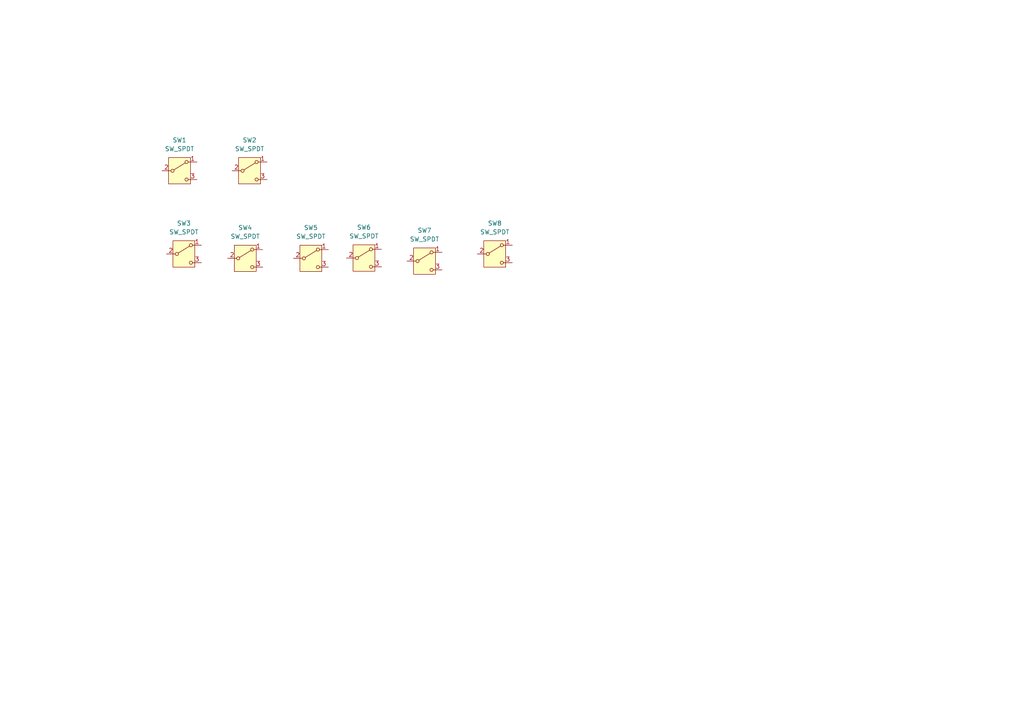
<source format=kicad_sch>
(kicad_sch (version 20250114) (generator "eeschema") (generator_version "9.0")
  (paper "A4")
  (lib_symbols
    (symbol "Switch:SW_SPDT" (pin_names (offset 0) (hide yes))
      (property "Reference" "SW" (at 0 5.08 0))
      (property "Value" "SW_SPDT" (at 0 -5.08 0))
      (symbol "SW_SPDT_0_1"
        (circle (center -2.032 0) (radius 0.4572))
        (polyline (pts (xy -1.651 0.254) (xy 1.651 2.286)))
        (circle (center 2.032 2.54) (radius 0.4572))
        (circle (center 2.032 -2.54) (radius 0.4572))
      )
      (symbol "SW_SPDT_1_1"
        (rectangle (start -3.175 3.81) (end 3.175 -3.81) (fill (type background)))
        (pin passive line (at -5.08 0 0) (length 2.54) (name "B") (number "2"))
        (pin passive line (at 5.08 2.54 180) (length 2.54) (name "A") (number "1"))
        (pin passive line (at 5.08 -2.54 180) (length 2.54) (name "C") (number "3"))
      )
    )
  )
  (symbol (lib_id "Switch:SW_SPDT") (at 71.12 74.93 0) (unit 1)
    (property "Reference" "SW4" (at 71.12 66.04 0))
    (property "Value" "SW_SPDT" (at 71.12 68.58 0))
    (property "Description" "Switch, single pole double throw" (effects (hide yes)))
  )
  (symbol (lib_id "Switch:SW_SPDT") (at 52.07 49.53 0) (unit 1)
    (property "Reference" "SW1" (at 52.07 40.64 0))
    (property "Value" "SW_SPDT" (at 52.07 43.18 0))
    (property "Description" "Switch, single pole double throw" (effects (hide yes)))
  )
  (symbol (lib_id "Switch:SW_SPDT") (at 72.39 49.53 0) (unit 1)
    (property "Reference" "SW2" (at 72.39 40.64 0))
    (property "Value" "SW_SPDT" (at 72.39 43.18 0))
    (property "Description" "Switch, single pole double throw" (effects (hide yes)))
  )
  (symbol (lib_id "Switch:SW_SPDT") (at 105.5647 74.8417 0) (unit 1)
    (property "Reference" "SW6" (at 105.5647 65.9517 0))
    (property "Value" "SW_SPDT" (at 105.5647 68.4917 0))
    (property "Description" "Switch, single pole double throw" (effects (hide yes)))
  )
  (symbol (lib_id "Switch:SW_SPDT") (at 143.51 73.66 0) (unit 1)
    (property "Reference" "SW8" (at 143.51 64.77 0))
    (property "Value" "SW_SPDT" (at 143.51 67.31 0))
    (property "Description" "Switch, single pole double throw" (effects (hide yes)))
  )
  (symbol (lib_id "Switch:SW_SPDT") (at 53.34 73.66 0) (unit 1)
    (property "Reference" "SW3" (at 53.34 64.77 0))
    (property "Value" "SW_SPDT" (at 53.34 67.31 0))
    (property "Description" "Switch, single pole double throw" (effects (hide yes)))
  )
  (symbol (lib_id "Switch:SW_SPDT") (at 90.17 74.93 0) (unit 1)
    (property "Reference" "SW5" (at 90.17 66.04 0))
    (property "Value" "SW_SPDT" (at 90.17 68.58 0))
    (property "Description" "Switch, single pole double throw" (effects (hide yes)))
  )
  (symbol (lib_id "Switch:SW_SPDT") (at 123.1296 75.7288 0) (unit 1)
    (property "Reference" "SW7" (at 123.1296 66.8388 0))
    (property "Value" "SW_SPDT" (at 123.1296 69.3788 0))
    (property "Description" "Switch, single pole double throw" (effects (hide yes)))
  )
)
</source>
